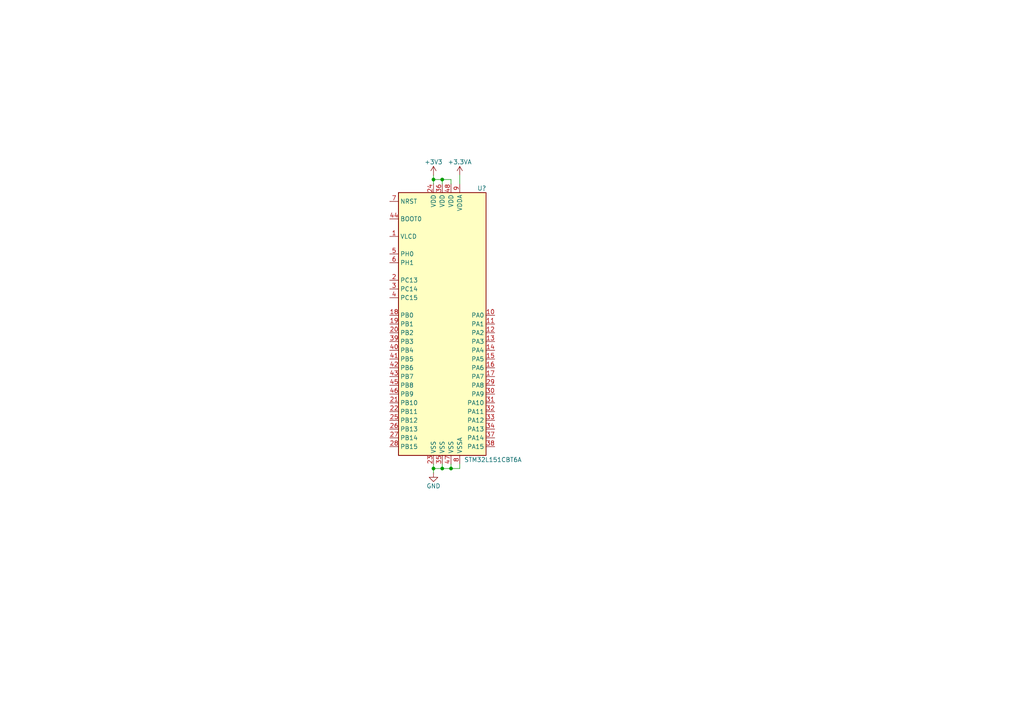
<source format=kicad_sch>
(kicad_sch (version 20211123) (generator eeschema)
  (paper "A4")
  (title_block (title "Delta-Controller") (date "2022-06-22") (rev "v1.0"))
  (lib_symbols
    (symbol "MCU_ST_STM32L1:STM32L151CBTxA"
      (property "Reference" "U" (at -12.7 39.37 0))
      (property "Value" "STM32L151CBTxA" (at 7.62 39.37 0))
      (symbol "STM32L151CBTxA_0_1"
        (rectangle (start -12.7 -38.1) (end 12.7 38.1) (stroke (width 0.254)) (fill (type background)))
      )
      (symbol "STM32L151CBTxA_1_1"
        (pin power_in line (at -15.24 25.4 0) (length 2.54) (name "VLCD") (number "1"))
        (pin bidirectional line (at 15.24 2.54 180) (length 2.54) (name "PA0") (number "10"))
        (pin bidirectional line (at 15.24 0 180) (length 2.54) (name "PA1") (number "11"))
        (pin bidirectional line (at 15.24 -2.54 180) (length 2.54) (name "PA2") (number "12"))
        (pin bidirectional line (at 15.24 -5.08 180) (length 2.54) (name "PA3") (number "13"))
        (pin bidirectional line (at 15.24 -7.62 180) (length 2.54) (name "PA4") (number "14"))
        (pin bidirectional line (at 15.24 -10.16 180) (length 2.54) (name "PA5") (number "15"))
        (pin bidirectional line (at 15.24 -12.7 180) (length 2.54) (name "PA6") (number "16"))
        (pin bidirectional line (at 15.24 -15.24 180) (length 2.54) (name "PA7") (number "17"))
        (pin bidirectional line (at -15.24 2.54 0) (length 2.54) (name "PB0") (number "18"))
        (pin bidirectional line (at -15.24 0 0) (length 2.54) (name "PB1") (number "19"))
        (pin bidirectional line (at -15.24 12.7 0) (length 2.54) (name "PC13") (number "2"))
        (pin bidirectional line (at -15.24 -2.54 0) (length 2.54) (name "PB2") (number "20"))
        (pin bidirectional line (at -15.24 -22.86 0) (length 2.54) (name "PB10") (number "21"))
        (pin bidirectional line (at -15.24 -25.4 0) (length 2.54) (name "PB11") (number "22"))
        (pin power_in line (at -2.54 -40.64 90) (length 2.54) (name "VSS") (number "23"))
        (pin power_in line (at -2.54 40.64 270) (length 2.54) (name "VDD") (number "24"))
        (pin bidirectional line (at -15.24 -27.94 0) (length 2.54) (name "PB12") (number "25"))
        (pin bidirectional line (at -15.24 -30.48 0) (length 2.54) (name "PB13") (number "26"))
        (pin bidirectional line (at -15.24 -33.02 0) (length 2.54) (name "PB14") (number "27"))
        (pin bidirectional line (at -15.24 -35.56 0) (length 2.54) (name "PB15") (number "28"))
        (pin bidirectional line (at 15.24 -17.78 180) (length 2.54) (name "PA8") (number "29"))
        (pin bidirectional line (at -15.24 10.16 0) (length 2.54) (name "PC14") (number "3"))
        (pin bidirectional line (at 15.24 -20.32 180) (length 2.54) (name "PA9") (number "30"))
        (pin bidirectional line (at 15.24 -22.86 180) (length 2.54) (name "PA10") (number "31"))
        (pin bidirectional line (at 15.24 -25.4 180) (length 2.54) (name "PA11") (number "32"))
        (pin bidirectional line (at 15.24 -27.94 180) (length 2.54) (name "PA12") (number "33"))
        (pin bidirectional line (at 15.24 -30.48 180) (length 2.54) (name "PA13") (number "34"))
        (pin power_in line (at 0 -40.64 90) (length 2.54) (name "VSS") (number "35"))
        (pin power_in line (at 0 40.64 270) (length 2.54) (name "VDD") (number "36"))
        (pin bidirectional line (at 15.24 -33.02 180) (length 2.54) (name "PA14") (number "37"))
        (pin bidirectional line (at 15.24 -35.56 180) (length 2.54) (name "PA15") (number "38"))
        (pin bidirectional line (at -15.24 -5.08 0) (length 2.54) (name "PB3") (number "39"))
        (pin bidirectional line (at -15.24 7.62 0) (length 2.54) (name "PC15") (number "4"))
        (pin bidirectional line (at -15.24 -7.62 0) (length 2.54) (name "PB4") (number "40"))
        (pin bidirectional line (at -15.24 -10.16 0) (length 2.54) (name "PB5") (number "41"))
        (pin bidirectional line (at -15.24 -12.7 0) (length 2.54) (name "PB6") (number "42"))
        (pin bidirectional line (at -15.24 -15.24 0) (length 2.54) (name "PB7") (number "43"))
        (pin input line (at -15.24 30.48 0) (length 2.54) (name "BOOT0") (number "44"))
        (pin bidirectional line (at -15.24 -17.78 0) (length 2.54) (name "PB8") (number "45"))
        (pin bidirectional line (at -15.24 -20.32 0) (length 2.54) (name "PB9") (number "46"))
        (pin power_in line (at 2.54 -40.64 90) (length 2.54) (name "VSS") (number "47"))
        (pin power_in line (at 2.54 40.64 270) (length 2.54) (name "VDD") (number "48"))
        (pin input line (at -15.24 20.32 0) (length 2.54) (name "PH0") (number "5"))
        (pin input line (at -15.24 17.78 0) (length 2.54) (name "PH1") (number "6"))
        (pin input line (at -15.24 35.56 0) (length 2.54) (name "NRST") (number "7"))
        (pin power_in line (at 5.08 -40.64 90) (length 2.54) (name "VSSA") (number "8"))
        (pin power_in line (at 5.08 40.64 270) (length 2.54) (name "VDDA") (number "9"))
      )
    )
    (symbol "power:+3.3V" (power) (pin_names (offset 0))
      (property "Value" "+3.3V" (at 0 3.556 0))
      (symbol "+3.3V_0_1"
        (polyline (pts (xy -0.762 1.27) (xy 0 2.54)))
        (polyline (pts (xy 0 0) (xy 0 2.54)))
        (polyline (pts (xy 0 2.54) (xy 0.762 1.27)))
      )
      (symbol "+3.3V_1_1"
        (pin power_in line (at 0 0 90) (length 0) hide (name "+3V3") (number "1"))
      )
    )
    (symbol "power:+3.3VA" (power) (pin_names (offset 0))
      (property "Value" "+3.3VA" (at 0 3.556 0))
      (symbol "+3.3VA_0_1"
        (polyline (pts (xy -0.762 1.27) (xy 0 2.54)))
        (polyline (pts (xy 0 0) (xy 0 2.54)))
        (polyline (pts (xy 0 2.54) (xy 0.762 1.27)))
      )
      (symbol "+3.3VA_1_1"
        (pin power_in line (at 0 0 90) (length 0) hide (name "+3.3VA") (number "1"))
      )
    )
    (symbol "power:GND" (power) (pin_names (offset 0))
      (property "Value" "GND" (at 0 -3.81 0))
      (symbol "GND_0_1"
        (polyline (pts (xy 0 0) (xy 0 -1.27) (xy 1.27 -1.27) (xy 0 -2.54) (xy -1.27 -1.27) (xy 0 -1.27)))
      )
      (symbol "GND_1_1"
        (pin power_in line (at 0 0 270) (length 0) hide (name "GND") (number "1"))
      )
    )
  )
  (junction (at 125.73 52.07))
  (junction (at 125.73 135.89))
  (junction (at 128.27 52.07))
  (junction (at 128.27 135.89))
  (junction (at 130.81 135.89))
  (wire (pts (xy 128.27 52.07) (xy 130.81 52.07)))
  (wire (pts (xy 125.73 52.07) (xy 128.27 52.07)))
  (wire (pts (xy 128.27 135.89) (xy 130.81 135.89)))
  (wire (pts (xy 128.27 52.07) (xy 128.27 53.34)))
  (wire (pts (xy 125.73 135.89) (xy 125.73 137.16)))
  (wire (pts (xy 125.73 134.62) (xy 125.73 135.89)))
  (wire (pts (xy 133.35 50.8) (xy 133.35 53.34)))
  (wire (pts (xy 133.35 135.89) (xy 133.35 134.62)))
  (wire (pts (xy 128.27 135.89) (xy 128.27 134.62)))
  (wire (pts (xy 130.81 135.89) (xy 133.35 135.89)))
  (wire (pts (xy 125.73 50.8) (xy 125.73 52.07)))
  (wire (pts (xy 125.73 135.89) (xy 128.27 135.89)))
  (wire (pts (xy 130.81 52.07) (xy 130.81 53.34)))
  (wire (pts (xy 125.73 52.07) (xy 125.73 53.34)))
  (wire (pts (xy 130.81 135.89) (xy 130.81 134.62)))
  (symbol (lib_id "MCU_ST_STM32L1:STM32L151CBTxA") (at 128.27 93.98 0) (unit 1)
    (property "Reference" "U?" (at 138.43 54.61 0) (effects (justify left)))
    (property "Value" "STM32L151CBT6A" (at 134.62 133.35 0) (effects (justify left)))
    (property "Footprint" "Package_QFP:LQFP-48_7x7mm_P0.5mm" (effects hide))
    (property "Datasheet" "http://www.st.com/st-web-ui/static/active/en/resource/technical/document/datasheet/CD00277537.pdf" (effects hide))
  )
  (symbol (lib_id "power:GND") (at 125.73 137.16 0) (unit 1)
    (property "Reference" "#PWR?" (effects hide))
    (property "Value" "GND" (at 125.73 140.97 0))
  )
  (symbol (lib_id "power:+3.3VA") (at 133.35 50.8 0) (unit 1)
    (property "Reference" "#PWR?" (effects hide))
    (property "Value" "+3.3VA" (at 133.35 46.99 0))
  )
  (symbol (lib_id "power:+3.3V") (at 125.73 50.8 0) (unit 1)
    (property "Reference" "#PWR?" (effects hide))
    (property "Value" "+3.3V" (at 125.73 46.99 0))
  )
)
</source>
